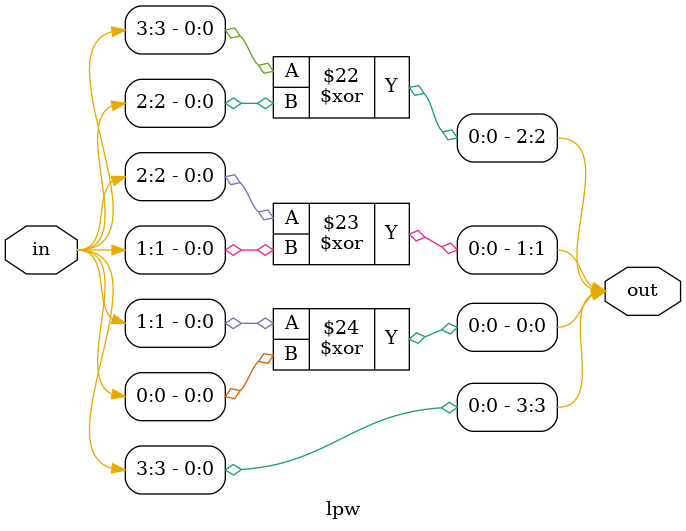
<source format=v>
module lpw(input[3:0]in,output[3:0]out);
assign out[3]=in[3];
assign out[2]=in[3]^in[2];
assign out[1]=in[2]^in[1];
assign out[0]=in[1]^in[0];
endmodule

module DUT();
reg[3:0]in;
wire[3:0]out;
lpw xyz(in,out);
initial begin
repeat(20)begin
#5 in = $random%15;
end
end
endmodule
</source>
